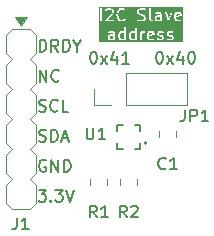
<source format=gbr>
%TF.GenerationSoftware,KiCad,Pcbnew,9.0.6-9.0.6~ubuntu24.04.1*%
%TF.CreationDate,2026-01-18T16:07:11-03:00*%
%TF.ProjectId,cotti_temp_humid_sensor,636f7474-695f-4746-956d-705f68756d69,0.0*%
%TF.SameCoordinates,Original*%
%TF.FileFunction,Legend,Top*%
%TF.FilePolarity,Positive*%
%FSLAX46Y46*%
G04 Gerber Fmt 4.6, Leading zero omitted, Abs format (unit mm)*
G04 Created by KiCad (PCBNEW 9.0.6-9.0.6~ubuntu24.04.1) date 2026-01-18 16:07:11*
%MOMM*%
%LPD*%
G01*
G04 APERTURE LIST*
%ADD10C,0.150000*%
%ADD11C,0.120000*%
%ADD12C,0.127000*%
%ADD13C,0.200000*%
%ADD14C,0.100000*%
G04 APERTURE END LIST*
D10*
X132416779Y-90801819D02*
X132416779Y-89801819D01*
X132416779Y-89801819D02*
X132988207Y-90801819D01*
X132988207Y-90801819D02*
X132988207Y-89801819D01*
X134035826Y-90706580D02*
X133988207Y-90754200D01*
X133988207Y-90754200D02*
X133845350Y-90801819D01*
X133845350Y-90801819D02*
X133750112Y-90801819D01*
X133750112Y-90801819D02*
X133607255Y-90754200D01*
X133607255Y-90754200D02*
X133512017Y-90658961D01*
X133512017Y-90658961D02*
X133464398Y-90563723D01*
X133464398Y-90563723D02*
X133416779Y-90373247D01*
X133416779Y-90373247D02*
X133416779Y-90230390D01*
X133416779Y-90230390D02*
X133464398Y-90039914D01*
X133464398Y-90039914D02*
X133512017Y-89944676D01*
X133512017Y-89944676D02*
X133607255Y-89849438D01*
X133607255Y-89849438D02*
X133750112Y-89801819D01*
X133750112Y-89801819D02*
X133845350Y-89801819D01*
X133845350Y-89801819D02*
X133988207Y-89849438D01*
X133988207Y-89849438D02*
X134035826Y-89897057D01*
X132416779Y-88261819D02*
X132416779Y-87261819D01*
X132416779Y-87261819D02*
X132654874Y-87261819D01*
X132654874Y-87261819D02*
X132797731Y-87309438D01*
X132797731Y-87309438D02*
X132892969Y-87404676D01*
X132892969Y-87404676D02*
X132940588Y-87499914D01*
X132940588Y-87499914D02*
X132988207Y-87690390D01*
X132988207Y-87690390D02*
X132988207Y-87833247D01*
X132988207Y-87833247D02*
X132940588Y-88023723D01*
X132940588Y-88023723D02*
X132892969Y-88118961D01*
X132892969Y-88118961D02*
X132797731Y-88214200D01*
X132797731Y-88214200D02*
X132654874Y-88261819D01*
X132654874Y-88261819D02*
X132416779Y-88261819D01*
X133988207Y-88261819D02*
X133654874Y-87785628D01*
X133416779Y-88261819D02*
X133416779Y-87261819D01*
X133416779Y-87261819D02*
X133797731Y-87261819D01*
X133797731Y-87261819D02*
X133892969Y-87309438D01*
X133892969Y-87309438D02*
X133940588Y-87357057D01*
X133940588Y-87357057D02*
X133988207Y-87452295D01*
X133988207Y-87452295D02*
X133988207Y-87595152D01*
X133988207Y-87595152D02*
X133940588Y-87690390D01*
X133940588Y-87690390D02*
X133892969Y-87738009D01*
X133892969Y-87738009D02*
X133797731Y-87785628D01*
X133797731Y-87785628D02*
X133416779Y-87785628D01*
X134416779Y-88261819D02*
X134416779Y-87261819D01*
X134416779Y-87261819D02*
X134654874Y-87261819D01*
X134654874Y-87261819D02*
X134797731Y-87309438D01*
X134797731Y-87309438D02*
X134892969Y-87404676D01*
X134892969Y-87404676D02*
X134940588Y-87499914D01*
X134940588Y-87499914D02*
X134988207Y-87690390D01*
X134988207Y-87690390D02*
X134988207Y-87833247D01*
X134988207Y-87833247D02*
X134940588Y-88023723D01*
X134940588Y-88023723D02*
X134892969Y-88118961D01*
X134892969Y-88118961D02*
X134797731Y-88214200D01*
X134797731Y-88214200D02*
X134654874Y-88261819D01*
X134654874Y-88261819D02*
X134416779Y-88261819D01*
X135607255Y-87785628D02*
X135607255Y-88261819D01*
X135273922Y-87261819D02*
X135607255Y-87785628D01*
X135607255Y-87785628D02*
X135940588Y-87261819D01*
X132321541Y-99961819D02*
X132940588Y-99961819D01*
X132940588Y-99961819D02*
X132607255Y-100342771D01*
X132607255Y-100342771D02*
X132750112Y-100342771D01*
X132750112Y-100342771D02*
X132845350Y-100390390D01*
X132845350Y-100390390D02*
X132892969Y-100438009D01*
X132892969Y-100438009D02*
X132940588Y-100533247D01*
X132940588Y-100533247D02*
X132940588Y-100771342D01*
X132940588Y-100771342D02*
X132892969Y-100866580D01*
X132892969Y-100866580D02*
X132845350Y-100914200D01*
X132845350Y-100914200D02*
X132750112Y-100961819D01*
X132750112Y-100961819D02*
X132464398Y-100961819D01*
X132464398Y-100961819D02*
X132369160Y-100914200D01*
X132369160Y-100914200D02*
X132321541Y-100866580D01*
X133369160Y-100866580D02*
X133416779Y-100914200D01*
X133416779Y-100914200D02*
X133369160Y-100961819D01*
X133369160Y-100961819D02*
X133321541Y-100914200D01*
X133321541Y-100914200D02*
X133369160Y-100866580D01*
X133369160Y-100866580D02*
X133369160Y-100961819D01*
X133750112Y-99961819D02*
X134369159Y-99961819D01*
X134369159Y-99961819D02*
X134035826Y-100342771D01*
X134035826Y-100342771D02*
X134178683Y-100342771D01*
X134178683Y-100342771D02*
X134273921Y-100390390D01*
X134273921Y-100390390D02*
X134321540Y-100438009D01*
X134321540Y-100438009D02*
X134369159Y-100533247D01*
X134369159Y-100533247D02*
X134369159Y-100771342D01*
X134369159Y-100771342D02*
X134321540Y-100866580D01*
X134321540Y-100866580D02*
X134273921Y-100914200D01*
X134273921Y-100914200D02*
X134178683Y-100961819D01*
X134178683Y-100961819D02*
X133892969Y-100961819D01*
X133892969Y-100961819D02*
X133797731Y-100914200D01*
X133797731Y-100914200D02*
X133750112Y-100866580D01*
X134654874Y-99961819D02*
X134988207Y-100961819D01*
X134988207Y-100961819D02*
X135321540Y-99961819D01*
X132940588Y-97469438D02*
X132845350Y-97421819D01*
X132845350Y-97421819D02*
X132702493Y-97421819D01*
X132702493Y-97421819D02*
X132559636Y-97469438D01*
X132559636Y-97469438D02*
X132464398Y-97564676D01*
X132464398Y-97564676D02*
X132416779Y-97659914D01*
X132416779Y-97659914D02*
X132369160Y-97850390D01*
X132369160Y-97850390D02*
X132369160Y-97993247D01*
X132369160Y-97993247D02*
X132416779Y-98183723D01*
X132416779Y-98183723D02*
X132464398Y-98278961D01*
X132464398Y-98278961D02*
X132559636Y-98374200D01*
X132559636Y-98374200D02*
X132702493Y-98421819D01*
X132702493Y-98421819D02*
X132797731Y-98421819D01*
X132797731Y-98421819D02*
X132940588Y-98374200D01*
X132940588Y-98374200D02*
X132988207Y-98326580D01*
X132988207Y-98326580D02*
X132988207Y-97993247D01*
X132988207Y-97993247D02*
X132797731Y-97993247D01*
X133416779Y-98421819D02*
X133416779Y-97421819D01*
X133416779Y-97421819D02*
X133988207Y-98421819D01*
X133988207Y-98421819D02*
X133988207Y-97421819D01*
X134464398Y-98421819D02*
X134464398Y-97421819D01*
X134464398Y-97421819D02*
X134702493Y-97421819D01*
X134702493Y-97421819D02*
X134845350Y-97469438D01*
X134845350Y-97469438D02*
X134940588Y-97564676D01*
X134940588Y-97564676D02*
X134988207Y-97659914D01*
X134988207Y-97659914D02*
X135035826Y-97850390D01*
X135035826Y-97850390D02*
X135035826Y-97993247D01*
X135035826Y-97993247D02*
X134988207Y-98183723D01*
X134988207Y-98183723D02*
X134940588Y-98278961D01*
X134940588Y-98278961D02*
X134845350Y-98374200D01*
X134845350Y-98374200D02*
X134702493Y-98421819D01*
X134702493Y-98421819D02*
X134464398Y-98421819D01*
X132369160Y-93294200D02*
X132512017Y-93341819D01*
X132512017Y-93341819D02*
X132750112Y-93341819D01*
X132750112Y-93341819D02*
X132845350Y-93294200D01*
X132845350Y-93294200D02*
X132892969Y-93246580D01*
X132892969Y-93246580D02*
X132940588Y-93151342D01*
X132940588Y-93151342D02*
X132940588Y-93056104D01*
X132940588Y-93056104D02*
X132892969Y-92960866D01*
X132892969Y-92960866D02*
X132845350Y-92913247D01*
X132845350Y-92913247D02*
X132750112Y-92865628D01*
X132750112Y-92865628D02*
X132559636Y-92818009D01*
X132559636Y-92818009D02*
X132464398Y-92770390D01*
X132464398Y-92770390D02*
X132416779Y-92722771D01*
X132416779Y-92722771D02*
X132369160Y-92627533D01*
X132369160Y-92627533D02*
X132369160Y-92532295D01*
X132369160Y-92532295D02*
X132416779Y-92437057D01*
X132416779Y-92437057D02*
X132464398Y-92389438D01*
X132464398Y-92389438D02*
X132559636Y-92341819D01*
X132559636Y-92341819D02*
X132797731Y-92341819D01*
X132797731Y-92341819D02*
X132940588Y-92389438D01*
X133940588Y-93246580D02*
X133892969Y-93294200D01*
X133892969Y-93294200D02*
X133750112Y-93341819D01*
X133750112Y-93341819D02*
X133654874Y-93341819D01*
X133654874Y-93341819D02*
X133512017Y-93294200D01*
X133512017Y-93294200D02*
X133416779Y-93198961D01*
X133416779Y-93198961D02*
X133369160Y-93103723D01*
X133369160Y-93103723D02*
X133321541Y-92913247D01*
X133321541Y-92913247D02*
X133321541Y-92770390D01*
X133321541Y-92770390D02*
X133369160Y-92579914D01*
X133369160Y-92579914D02*
X133416779Y-92484676D01*
X133416779Y-92484676D02*
X133512017Y-92389438D01*
X133512017Y-92389438D02*
X133654874Y-92341819D01*
X133654874Y-92341819D02*
X133750112Y-92341819D01*
X133750112Y-92341819D02*
X133892969Y-92389438D01*
X133892969Y-92389438D02*
X133940588Y-92437057D01*
X134845350Y-93341819D02*
X134369160Y-93341819D01*
X134369160Y-93341819D02*
X134369160Y-92341819D01*
X132369160Y-95834200D02*
X132512017Y-95881819D01*
X132512017Y-95881819D02*
X132750112Y-95881819D01*
X132750112Y-95881819D02*
X132845350Y-95834200D01*
X132845350Y-95834200D02*
X132892969Y-95786580D01*
X132892969Y-95786580D02*
X132940588Y-95691342D01*
X132940588Y-95691342D02*
X132940588Y-95596104D01*
X132940588Y-95596104D02*
X132892969Y-95500866D01*
X132892969Y-95500866D02*
X132845350Y-95453247D01*
X132845350Y-95453247D02*
X132750112Y-95405628D01*
X132750112Y-95405628D02*
X132559636Y-95358009D01*
X132559636Y-95358009D02*
X132464398Y-95310390D01*
X132464398Y-95310390D02*
X132416779Y-95262771D01*
X132416779Y-95262771D02*
X132369160Y-95167533D01*
X132369160Y-95167533D02*
X132369160Y-95072295D01*
X132369160Y-95072295D02*
X132416779Y-94977057D01*
X132416779Y-94977057D02*
X132464398Y-94929438D01*
X132464398Y-94929438D02*
X132559636Y-94881819D01*
X132559636Y-94881819D02*
X132797731Y-94881819D01*
X132797731Y-94881819D02*
X132940588Y-94929438D01*
X133369160Y-95881819D02*
X133369160Y-94881819D01*
X133369160Y-94881819D02*
X133607255Y-94881819D01*
X133607255Y-94881819D02*
X133750112Y-94929438D01*
X133750112Y-94929438D02*
X133845350Y-95024676D01*
X133845350Y-95024676D02*
X133892969Y-95119914D01*
X133892969Y-95119914D02*
X133940588Y-95310390D01*
X133940588Y-95310390D02*
X133940588Y-95453247D01*
X133940588Y-95453247D02*
X133892969Y-95643723D01*
X133892969Y-95643723D02*
X133845350Y-95738961D01*
X133845350Y-95738961D02*
X133750112Y-95834200D01*
X133750112Y-95834200D02*
X133607255Y-95881819D01*
X133607255Y-95881819D02*
X133369160Y-95881819D01*
X134321541Y-95596104D02*
X134797731Y-95596104D01*
X134226303Y-95881819D02*
X134559636Y-94881819D01*
X134559636Y-94881819D02*
X134892969Y-95881819D01*
G36*
X138656904Y-87151847D02*
G01*
X138618961Y-87170819D01*
X138416276Y-87170819D01*
X138359234Y-87142298D01*
X138330714Y-87085256D01*
X138330714Y-87025428D01*
X138359234Y-86968386D01*
X138416276Y-86939866D01*
X138636666Y-86939866D01*
X138651298Y-86938425D01*
X138653787Y-86937393D01*
X138656475Y-86937203D01*
X138656904Y-86937038D01*
X138656904Y-87151847D01*
G37*
G36*
X139561666Y-86673123D02*
G01*
X139561666Y-87151847D01*
X139523723Y-87170819D01*
X139368657Y-87170819D01*
X139300141Y-87136561D01*
X139269734Y-87106153D01*
X139235476Y-87037637D01*
X139235476Y-86787333D01*
X139269734Y-86718817D01*
X139300141Y-86688410D01*
X139368657Y-86654152D01*
X139523723Y-86654152D01*
X139561666Y-86673123D01*
G37*
G36*
X140466428Y-86673123D02*
G01*
X140466428Y-87151847D01*
X140428485Y-87170819D01*
X140273419Y-87170819D01*
X140204903Y-87136561D01*
X140174496Y-87106153D01*
X140140238Y-87037637D01*
X140140238Y-86787333D01*
X140174496Y-86718817D01*
X140204903Y-86688410D01*
X140273419Y-86654152D01*
X140428485Y-86654152D01*
X140466428Y-86673123D01*
G37*
G36*
X141961717Y-86682672D02*
G01*
X141990238Y-86739714D01*
X141990238Y-86755762D01*
X141664048Y-86820999D01*
X141664048Y-86739714D01*
X141692568Y-86682672D01*
X141749610Y-86654152D01*
X141904676Y-86654152D01*
X141961717Y-86682672D01*
G37*
G36*
X142633095Y-85541903D02*
G01*
X142595152Y-85560875D01*
X142392467Y-85560875D01*
X142335425Y-85532354D01*
X142306905Y-85475312D01*
X142306905Y-85415484D01*
X142335425Y-85358442D01*
X142392467Y-85329922D01*
X142612857Y-85329922D01*
X142627489Y-85328481D01*
X142629978Y-85327449D01*
X142632666Y-85327259D01*
X142633095Y-85327094D01*
X142633095Y-85541903D01*
G37*
G36*
X144271241Y-85072728D02*
G01*
X144299762Y-85129770D01*
X144299762Y-85145818D01*
X143973572Y-85211055D01*
X143973572Y-85129770D01*
X144002092Y-85072728D01*
X144059134Y-85044208D01*
X144214200Y-85044208D01*
X144271241Y-85072728D01*
G37*
G36*
X144560873Y-87431930D02*
G01*
X137426746Y-87431930D01*
X137426746Y-87007723D01*
X138180714Y-87007723D01*
X138180714Y-87102961D01*
X138182155Y-87117593D01*
X138183186Y-87120082D01*
X138183377Y-87122770D01*
X138188632Y-87136502D01*
X138236251Y-87231741D01*
X138237791Y-87234187D01*
X138238176Y-87235342D01*
X138239422Y-87236779D01*
X138244083Y-87244183D01*
X138251185Y-87250342D01*
X138257349Y-87257450D01*
X138264754Y-87262111D01*
X138266191Y-87263357D01*
X138267344Y-87263741D01*
X138269792Y-87265282D01*
X138365030Y-87312901D01*
X138378761Y-87318156D01*
X138381450Y-87318347D01*
X138383939Y-87319378D01*
X138398571Y-87320819D01*
X138636666Y-87320819D01*
X138651298Y-87319378D01*
X138653787Y-87318346D01*
X138656475Y-87318156D01*
X138670207Y-87312901D01*
X138686707Y-87304650D01*
X138690236Y-87308179D01*
X138717272Y-87319378D01*
X138746536Y-87319378D01*
X138773572Y-87308179D01*
X138794264Y-87287487D01*
X138805463Y-87260451D01*
X138806904Y-87245819D01*
X138806904Y-86769628D01*
X139085476Y-86769628D01*
X139085476Y-87055342D01*
X139086917Y-87069974D01*
X139087948Y-87072463D01*
X139088139Y-87075151D01*
X139093394Y-87088883D01*
X139141013Y-87184121D01*
X139144976Y-87190417D01*
X139145734Y-87192247D01*
X139147423Y-87194305D01*
X139148845Y-87196564D01*
X139150343Y-87197863D01*
X139155061Y-87203612D01*
X139202680Y-87251232D01*
X139208429Y-87255950D01*
X139209730Y-87257450D01*
X139211989Y-87258872D01*
X139214046Y-87260560D01*
X139215873Y-87261317D01*
X139222173Y-87265282D01*
X139317411Y-87312901D01*
X139331142Y-87318156D01*
X139333831Y-87318347D01*
X139336320Y-87319378D01*
X139350952Y-87320819D01*
X139541428Y-87320819D01*
X139556060Y-87319378D01*
X139558549Y-87318346D01*
X139561237Y-87318156D01*
X139574969Y-87312901D01*
X139591469Y-87304650D01*
X139594998Y-87308179D01*
X139622034Y-87319378D01*
X139651298Y-87319378D01*
X139678334Y-87308179D01*
X139699026Y-87287487D01*
X139710225Y-87260451D01*
X139711666Y-87245819D01*
X139711666Y-86769628D01*
X139990238Y-86769628D01*
X139990238Y-87055342D01*
X139991679Y-87069974D01*
X139992710Y-87072463D01*
X139992901Y-87075151D01*
X139998156Y-87088883D01*
X140045775Y-87184121D01*
X140049738Y-87190417D01*
X140050496Y-87192247D01*
X140052185Y-87194305D01*
X140053607Y-87196564D01*
X140055105Y-87197863D01*
X140059823Y-87203612D01*
X140107442Y-87251232D01*
X140113191Y-87255950D01*
X140114492Y-87257450D01*
X140116751Y-87258872D01*
X140118808Y-87260560D01*
X140120635Y-87261317D01*
X140126935Y-87265282D01*
X140222173Y-87312901D01*
X140235904Y-87318156D01*
X140238593Y-87318347D01*
X140241082Y-87319378D01*
X140255714Y-87320819D01*
X140446190Y-87320819D01*
X140460822Y-87319378D01*
X140463311Y-87318346D01*
X140465999Y-87318156D01*
X140479731Y-87312901D01*
X140496231Y-87304650D01*
X140499760Y-87308179D01*
X140526796Y-87319378D01*
X140556060Y-87319378D01*
X140583096Y-87308179D01*
X140603788Y-87287487D01*
X140614987Y-87260451D01*
X140616428Y-87245819D01*
X140616428Y-86579152D01*
X140942619Y-86579152D01*
X140942619Y-87245819D01*
X140944060Y-87260451D01*
X140955259Y-87287487D01*
X140975951Y-87308179D01*
X141002987Y-87319378D01*
X141032251Y-87319378D01*
X141059287Y-87308179D01*
X141079979Y-87287487D01*
X141091178Y-87260451D01*
X141092619Y-87245819D01*
X141092619Y-86787333D01*
X141125281Y-86722009D01*
X141514048Y-86722009D01*
X141514048Y-87102961D01*
X141515489Y-87117593D01*
X141516520Y-87120082D01*
X141516711Y-87122770D01*
X141521966Y-87136502D01*
X141569585Y-87231741D01*
X141571125Y-87234187D01*
X141571510Y-87235342D01*
X141572756Y-87236779D01*
X141577417Y-87244183D01*
X141584519Y-87250342D01*
X141590683Y-87257450D01*
X141598088Y-87262111D01*
X141599525Y-87263357D01*
X141600678Y-87263741D01*
X141603126Y-87265282D01*
X141698364Y-87312901D01*
X141712095Y-87318156D01*
X141714784Y-87318347D01*
X141717273Y-87319378D01*
X141731905Y-87320819D01*
X141922381Y-87320819D01*
X141937013Y-87319378D01*
X141939502Y-87318346D01*
X141942190Y-87318156D01*
X141955922Y-87312901D01*
X142051160Y-87265282D01*
X142063603Y-87257450D01*
X142082776Y-87235342D01*
X142092030Y-87207581D01*
X142089956Y-87178391D01*
X142076868Y-87152216D01*
X142054761Y-87133043D01*
X142026999Y-87123789D01*
X141997809Y-87125863D01*
X141984078Y-87131118D01*
X141904676Y-87170819D01*
X141749610Y-87170819D01*
X141692568Y-87142298D01*
X141664048Y-87085256D01*
X141664048Y-86973970D01*
X142079946Y-86890791D01*
X142094012Y-86886508D01*
X142100117Y-86882419D01*
X142106906Y-86879607D01*
X142112158Y-86874354D01*
X142118326Y-86870224D01*
X142122400Y-86864113D01*
X142127598Y-86858915D01*
X142130441Y-86852051D01*
X142134558Y-86845876D01*
X142135983Y-86838670D01*
X142138797Y-86831879D01*
X142140238Y-86817247D01*
X142140238Y-86722009D01*
X142371191Y-86722009D01*
X142371191Y-86769628D01*
X142372632Y-86784260D01*
X142373663Y-86786749D01*
X142373854Y-86789437D01*
X142379109Y-86803169D01*
X142426728Y-86898407D01*
X142428268Y-86900854D01*
X142428653Y-86902008D01*
X142429898Y-86903444D01*
X142434560Y-86910850D01*
X142441664Y-86917011D01*
X142447826Y-86924116D01*
X142455231Y-86928777D01*
X142456668Y-86930023D01*
X142457821Y-86930407D01*
X142460269Y-86931948D01*
X142555507Y-86979567D01*
X142569238Y-86984822D01*
X142571927Y-86985013D01*
X142574416Y-86986044D01*
X142589048Y-86987485D01*
X142714200Y-86987485D01*
X142771241Y-87016005D01*
X142799762Y-87073047D01*
X142799762Y-87085256D01*
X142771241Y-87142298D01*
X142714200Y-87170819D01*
X142559134Y-87170819D01*
X142479732Y-87131118D01*
X142466000Y-87125863D01*
X142436810Y-87123789D01*
X142409049Y-87133043D01*
X142386941Y-87152216D01*
X142373854Y-87178391D01*
X142371780Y-87207581D01*
X142381034Y-87235342D01*
X142400207Y-87257450D01*
X142412650Y-87265282D01*
X142507888Y-87312901D01*
X142521619Y-87318156D01*
X142524308Y-87318347D01*
X142526797Y-87319378D01*
X142541429Y-87320819D01*
X142731905Y-87320819D01*
X142746537Y-87319378D01*
X142749026Y-87318346D01*
X142751714Y-87318156D01*
X142765446Y-87312901D01*
X142860684Y-87265282D01*
X142863131Y-87263741D01*
X142864285Y-87263357D01*
X142865721Y-87262111D01*
X142873127Y-87257450D01*
X142879288Y-87250345D01*
X142886393Y-87244184D01*
X142891054Y-87236778D01*
X142892300Y-87235342D01*
X142892684Y-87234188D01*
X142894225Y-87231741D01*
X142941844Y-87136502D01*
X142947099Y-87122770D01*
X142947289Y-87120082D01*
X142948321Y-87117593D01*
X142949762Y-87102961D01*
X142949762Y-87055342D01*
X142948321Y-87040710D01*
X142947290Y-87038221D01*
X142947099Y-87035532D01*
X142941844Y-87021801D01*
X142894225Y-86926563D01*
X142892684Y-86924115D01*
X142892300Y-86922962D01*
X142891054Y-86921525D01*
X142886393Y-86914120D01*
X142879288Y-86907958D01*
X142873127Y-86900854D01*
X142865721Y-86896192D01*
X142864285Y-86894947D01*
X142863131Y-86894562D01*
X142860684Y-86893022D01*
X142765446Y-86845403D01*
X142751714Y-86840148D01*
X142749026Y-86839957D01*
X142746537Y-86838926D01*
X142731905Y-86837485D01*
X142606753Y-86837485D01*
X142549711Y-86808964D01*
X142521191Y-86751923D01*
X142521191Y-86739714D01*
X142530043Y-86722009D01*
X143180715Y-86722009D01*
X143180715Y-86769628D01*
X143182156Y-86784260D01*
X143183187Y-86786749D01*
X143183378Y-86789437D01*
X143188633Y-86803169D01*
X143236252Y-86898407D01*
X143237792Y-86900854D01*
X143238177Y-86902008D01*
X143239422Y-86903444D01*
X143244084Y-86910850D01*
X143251188Y-86917011D01*
X143257350Y-86924116D01*
X143264755Y-86928777D01*
X143266192Y-86930023D01*
X143267345Y-86930407D01*
X143269793Y-86931948D01*
X143365031Y-86979567D01*
X143378762Y-86984822D01*
X143381451Y-86985013D01*
X143383940Y-86986044D01*
X143398572Y-86987485D01*
X143523724Y-86987485D01*
X143580765Y-87016005D01*
X143609286Y-87073047D01*
X143609286Y-87085256D01*
X143580765Y-87142298D01*
X143523724Y-87170819D01*
X143368658Y-87170819D01*
X143289256Y-87131118D01*
X143275524Y-87125863D01*
X143246334Y-87123789D01*
X143218573Y-87133043D01*
X143196465Y-87152216D01*
X143183378Y-87178391D01*
X143181304Y-87207581D01*
X143190558Y-87235342D01*
X143209731Y-87257450D01*
X143222174Y-87265282D01*
X143317412Y-87312901D01*
X143331143Y-87318156D01*
X143333832Y-87318347D01*
X143336321Y-87319378D01*
X143350953Y-87320819D01*
X143541429Y-87320819D01*
X143556061Y-87319378D01*
X143558550Y-87318346D01*
X143561238Y-87318156D01*
X143574970Y-87312901D01*
X143670208Y-87265282D01*
X143672655Y-87263741D01*
X143673809Y-87263357D01*
X143675245Y-87262111D01*
X143682651Y-87257450D01*
X143688812Y-87250345D01*
X143695917Y-87244184D01*
X143700578Y-87236778D01*
X143701824Y-87235342D01*
X143702208Y-87234188D01*
X143703749Y-87231741D01*
X143751368Y-87136502D01*
X143756623Y-87122770D01*
X143756813Y-87120082D01*
X143757845Y-87117593D01*
X143759286Y-87102961D01*
X143759286Y-87055342D01*
X143757845Y-87040710D01*
X143756814Y-87038221D01*
X143756623Y-87035532D01*
X143751368Y-87021801D01*
X143703749Y-86926563D01*
X143702208Y-86924115D01*
X143701824Y-86922962D01*
X143700578Y-86921525D01*
X143695917Y-86914120D01*
X143688812Y-86907958D01*
X143682651Y-86900854D01*
X143675245Y-86896192D01*
X143673809Y-86894947D01*
X143672655Y-86894562D01*
X143670208Y-86893022D01*
X143574970Y-86845403D01*
X143561238Y-86840148D01*
X143558550Y-86839957D01*
X143556061Y-86838926D01*
X143541429Y-86837485D01*
X143416277Y-86837485D01*
X143359235Y-86808964D01*
X143330715Y-86751923D01*
X143330715Y-86739714D01*
X143359235Y-86682672D01*
X143416277Y-86654152D01*
X143523724Y-86654152D01*
X143603126Y-86693853D01*
X143616857Y-86699108D01*
X143646047Y-86701182D01*
X143673809Y-86691928D01*
X143695916Y-86672755D01*
X143709004Y-86646580D01*
X143711078Y-86617390D01*
X143701824Y-86589629D01*
X143682651Y-86567521D01*
X143670208Y-86559689D01*
X143574970Y-86512070D01*
X143561238Y-86506815D01*
X143558550Y-86506624D01*
X143556061Y-86505593D01*
X143541429Y-86504152D01*
X143398572Y-86504152D01*
X143383940Y-86505593D01*
X143381451Y-86506623D01*
X143378762Y-86506815D01*
X143365031Y-86512070D01*
X143269793Y-86559689D01*
X143267345Y-86561229D01*
X143266192Y-86561614D01*
X143264755Y-86562859D01*
X143257350Y-86567521D01*
X143251188Y-86574625D01*
X143244084Y-86580787D01*
X143239422Y-86588192D01*
X143238177Y-86589629D01*
X143237792Y-86590782D01*
X143236252Y-86593230D01*
X143188633Y-86688468D01*
X143183378Y-86702200D01*
X143183187Y-86704887D01*
X143182156Y-86707377D01*
X143180715Y-86722009D01*
X142530043Y-86722009D01*
X142549711Y-86682672D01*
X142606753Y-86654152D01*
X142714200Y-86654152D01*
X142793602Y-86693853D01*
X142807333Y-86699108D01*
X142836523Y-86701182D01*
X142864285Y-86691928D01*
X142886392Y-86672755D01*
X142899480Y-86646580D01*
X142901554Y-86617390D01*
X142892300Y-86589629D01*
X142873127Y-86567521D01*
X142860684Y-86559689D01*
X142765446Y-86512070D01*
X142751714Y-86506815D01*
X142749026Y-86506624D01*
X142746537Y-86505593D01*
X142731905Y-86504152D01*
X142589048Y-86504152D01*
X142574416Y-86505593D01*
X142571927Y-86506623D01*
X142569238Y-86506815D01*
X142555507Y-86512070D01*
X142460269Y-86559689D01*
X142457821Y-86561229D01*
X142456668Y-86561614D01*
X142455231Y-86562859D01*
X142447826Y-86567521D01*
X142441664Y-86574625D01*
X142434560Y-86580787D01*
X142429898Y-86588192D01*
X142428653Y-86589629D01*
X142428268Y-86590782D01*
X142426728Y-86593230D01*
X142379109Y-86688468D01*
X142373854Y-86702200D01*
X142373663Y-86704887D01*
X142372632Y-86707377D01*
X142371191Y-86722009D01*
X142140238Y-86722009D01*
X142138797Y-86707377D01*
X142137766Y-86704888D01*
X142137575Y-86702199D01*
X142132320Y-86688468D01*
X142084701Y-86593230D01*
X142083160Y-86590782D01*
X142082776Y-86589629D01*
X142081530Y-86588192D01*
X142076869Y-86580787D01*
X142069764Y-86574625D01*
X142063603Y-86567521D01*
X142056197Y-86562859D01*
X142054761Y-86561614D01*
X142053607Y-86561229D01*
X142051160Y-86559689D01*
X141955922Y-86512070D01*
X141942190Y-86506815D01*
X141939502Y-86506624D01*
X141937013Y-86505593D01*
X141922381Y-86504152D01*
X141731905Y-86504152D01*
X141717273Y-86505593D01*
X141714784Y-86506623D01*
X141712095Y-86506815D01*
X141698364Y-86512070D01*
X141603126Y-86559689D01*
X141600678Y-86561229D01*
X141599525Y-86561614D01*
X141598088Y-86562859D01*
X141590683Y-86567521D01*
X141584521Y-86574625D01*
X141577417Y-86580787D01*
X141572755Y-86588192D01*
X141571510Y-86589629D01*
X141571125Y-86590782D01*
X141569585Y-86593230D01*
X141521966Y-86688468D01*
X141516711Y-86702200D01*
X141516520Y-86704887D01*
X141515489Y-86707377D01*
X141514048Y-86722009D01*
X141125281Y-86722009D01*
X141126877Y-86718817D01*
X141157284Y-86688410D01*
X141225800Y-86654152D01*
X141303333Y-86654152D01*
X141317965Y-86652711D01*
X141345001Y-86641512D01*
X141365693Y-86620820D01*
X141376892Y-86593784D01*
X141376892Y-86564520D01*
X141365693Y-86537484D01*
X141345001Y-86516792D01*
X141317965Y-86505593D01*
X141303333Y-86504152D01*
X141208095Y-86504152D01*
X141193463Y-86505593D01*
X141190974Y-86506623D01*
X141188285Y-86506815D01*
X141174554Y-86512070D01*
X141087484Y-86555604D01*
X141079979Y-86537484D01*
X141059287Y-86516792D01*
X141032251Y-86505593D01*
X141002987Y-86505593D01*
X140975951Y-86516792D01*
X140955259Y-86537484D01*
X140944060Y-86564520D01*
X140942619Y-86579152D01*
X140616428Y-86579152D01*
X140616428Y-86245819D01*
X140614987Y-86231187D01*
X140603788Y-86204151D01*
X140583096Y-86183459D01*
X140556060Y-86172260D01*
X140526796Y-86172260D01*
X140499760Y-86183459D01*
X140479068Y-86204151D01*
X140467869Y-86231187D01*
X140466428Y-86245819D01*
X140466428Y-86506979D01*
X140465999Y-86506815D01*
X140463311Y-86506624D01*
X140460822Y-86505593D01*
X140446190Y-86504152D01*
X140255714Y-86504152D01*
X140241082Y-86505593D01*
X140238593Y-86506623D01*
X140235904Y-86506815D01*
X140222173Y-86512070D01*
X140126935Y-86559689D01*
X140120635Y-86563653D01*
X140118808Y-86564411D01*
X140116751Y-86566099D01*
X140114492Y-86567521D01*
X140113192Y-86569019D01*
X140107443Y-86573738D01*
X140059824Y-86621357D01*
X140055105Y-86627106D01*
X140053607Y-86628406D01*
X140052185Y-86630665D01*
X140050497Y-86632722D01*
X140049739Y-86634549D01*
X140045775Y-86640849D01*
X139998156Y-86736087D01*
X139992901Y-86749819D01*
X139992710Y-86752506D01*
X139991679Y-86754996D01*
X139990238Y-86769628D01*
X139711666Y-86769628D01*
X139711666Y-86245819D01*
X139710225Y-86231187D01*
X139699026Y-86204151D01*
X139678334Y-86183459D01*
X139651298Y-86172260D01*
X139622034Y-86172260D01*
X139594998Y-86183459D01*
X139574306Y-86204151D01*
X139563107Y-86231187D01*
X139561666Y-86245819D01*
X139561666Y-86506979D01*
X139561237Y-86506815D01*
X139558549Y-86506624D01*
X139556060Y-86505593D01*
X139541428Y-86504152D01*
X139350952Y-86504152D01*
X139336320Y-86505593D01*
X139333831Y-86506623D01*
X139331142Y-86506815D01*
X139317411Y-86512070D01*
X139222173Y-86559689D01*
X139215873Y-86563653D01*
X139214046Y-86564411D01*
X139211989Y-86566099D01*
X139209730Y-86567521D01*
X139208430Y-86569019D01*
X139202681Y-86573738D01*
X139155062Y-86621357D01*
X139150343Y-86627106D01*
X139148845Y-86628406D01*
X139147423Y-86630665D01*
X139145735Y-86632722D01*
X139144977Y-86634549D01*
X139141013Y-86640849D01*
X139093394Y-86736087D01*
X139088139Y-86749819D01*
X139087948Y-86752506D01*
X139086917Y-86754996D01*
X139085476Y-86769628D01*
X138806904Y-86769628D01*
X138806904Y-86722009D01*
X138805463Y-86707377D01*
X138804432Y-86704888D01*
X138804241Y-86702199D01*
X138798986Y-86688468D01*
X138751367Y-86593230D01*
X138749826Y-86590782D01*
X138749442Y-86589629D01*
X138748196Y-86588192D01*
X138743535Y-86580787D01*
X138736430Y-86574625D01*
X138730269Y-86567521D01*
X138722863Y-86562859D01*
X138721427Y-86561614D01*
X138720273Y-86561229D01*
X138717826Y-86559689D01*
X138622588Y-86512070D01*
X138608856Y-86506815D01*
X138606168Y-86506624D01*
X138603679Y-86505593D01*
X138589047Y-86504152D01*
X138398571Y-86504152D01*
X138383939Y-86505593D01*
X138381450Y-86506623D01*
X138378761Y-86506815D01*
X138365030Y-86512070D01*
X138269792Y-86559689D01*
X138257349Y-86567521D01*
X138238176Y-86589629D01*
X138228922Y-86617390D01*
X138230996Y-86646580D01*
X138244083Y-86672755D01*
X138266191Y-86691928D01*
X138293952Y-86701182D01*
X138323142Y-86699108D01*
X138336874Y-86693853D01*
X138416276Y-86654152D01*
X138571342Y-86654152D01*
X138628383Y-86682672D01*
X138656904Y-86739714D01*
X138656904Y-86770894D01*
X138618961Y-86789866D01*
X138398571Y-86789866D01*
X138383939Y-86791307D01*
X138381450Y-86792337D01*
X138378761Y-86792529D01*
X138365030Y-86797784D01*
X138269792Y-86845403D01*
X138267344Y-86846943D01*
X138266191Y-86847328D01*
X138264754Y-86848573D01*
X138257349Y-86853235D01*
X138251187Y-86860339D01*
X138244083Y-86866501D01*
X138239421Y-86873906D01*
X138238176Y-86875343D01*
X138237791Y-86876496D01*
X138236251Y-86878944D01*
X138188632Y-86974182D01*
X138183377Y-86987914D01*
X138183186Y-86990601D01*
X138182155Y-86993091D01*
X138180714Y-87007723D01*
X137426746Y-87007723D01*
X137426746Y-84635875D01*
X137537857Y-84635875D01*
X137537857Y-85635875D01*
X137539298Y-85650507D01*
X137550497Y-85677543D01*
X137571189Y-85698235D01*
X137598225Y-85709434D01*
X137627489Y-85709434D01*
X137654525Y-85698235D01*
X137675217Y-85677543D01*
X137686416Y-85650507D01*
X137687857Y-85635875D01*
X137687857Y-85621243D01*
X137920250Y-85621243D01*
X137920250Y-85650507D01*
X137931449Y-85677543D01*
X137952141Y-85698235D01*
X137979177Y-85709434D01*
X137993809Y-85710875D01*
X138612856Y-85710875D01*
X138627488Y-85709434D01*
X138654524Y-85698235D01*
X138675216Y-85677543D01*
X138686415Y-85650507D01*
X138686415Y-85621243D01*
X138675216Y-85594207D01*
X138654524Y-85573515D01*
X138627488Y-85562316D01*
X138612856Y-85560875D01*
X138174875Y-85560875D01*
X138618270Y-85117479D01*
X138627598Y-85106114D01*
X138628629Y-85103623D01*
X138630394Y-85101589D01*
X138636388Y-85088163D01*
X138644294Y-85064446D01*
X138918809Y-85064446D01*
X138918809Y-85207303D01*
X138919060Y-85209856D01*
X138918898Y-85210949D01*
X138919707Y-85216422D01*
X138920250Y-85221935D01*
X138920672Y-85222956D01*
X138921048Y-85225493D01*
X138968667Y-85415969D01*
X138969052Y-85417048D01*
X138969091Y-85417588D01*
X138971418Y-85423669D01*
X138973614Y-85429815D01*
X138973936Y-85430250D01*
X138974346Y-85431320D01*
X139021965Y-85526558D01*
X139025928Y-85532854D01*
X139026686Y-85534684D01*
X139028375Y-85536742D01*
X139029797Y-85539001D01*
X139031295Y-85540300D01*
X139036014Y-85546050D01*
X139131252Y-85641289D01*
X139142617Y-85650617D01*
X139145107Y-85651648D01*
X139147142Y-85653413D01*
X139160568Y-85659407D01*
X139303424Y-85707026D01*
X139310679Y-85708675D01*
X139312510Y-85709434D01*
X139315163Y-85709695D01*
X139317761Y-85710286D01*
X139319735Y-85710145D01*
X139327142Y-85710875D01*
X139422380Y-85710875D01*
X139429785Y-85710145D01*
X139431760Y-85710286D01*
X139434357Y-85709695D01*
X139437012Y-85709434D01*
X139438843Y-85708675D01*
X139446097Y-85707026D01*
X139588954Y-85659407D01*
X139602379Y-85653413D01*
X139604414Y-85651647D01*
X139606905Y-85650616D01*
X139618271Y-85641288D01*
X139665889Y-85593669D01*
X139675217Y-85582303D01*
X139686415Y-85555267D01*
X139686415Y-85526004D01*
X139675216Y-85498968D01*
X139654523Y-85478275D01*
X139627487Y-85467077D01*
X139598224Y-85467077D01*
X139571188Y-85478276D01*
X139559822Y-85487604D01*
X139524723Y-85522703D01*
X139410210Y-85560875D01*
X139339312Y-85560875D01*
X139224799Y-85522704D01*
X139150686Y-85448590D01*
X139112192Y-85371603D01*
X139068809Y-85198069D01*
X139068809Y-85073680D01*
X139112192Y-84900146D01*
X139149090Y-84826351D01*
X140680714Y-84826351D01*
X140680714Y-84921589D01*
X140682155Y-84936221D01*
X140683186Y-84938710D01*
X140683377Y-84941398D01*
X140688632Y-84955130D01*
X140736251Y-85050368D01*
X140740215Y-85056667D01*
X140740973Y-85058495D01*
X140742661Y-85060551D01*
X140744083Y-85062811D01*
X140745581Y-85064110D01*
X140750300Y-85069860D01*
X140797919Y-85117479D01*
X140803668Y-85122197D01*
X140804968Y-85123696D01*
X140807227Y-85125117D01*
X140809284Y-85126806D01*
X140811111Y-85127563D01*
X140817411Y-85131528D01*
X140912649Y-85179147D01*
X140913718Y-85179556D01*
X140914154Y-85179879D01*
X140920290Y-85182071D01*
X140926380Y-85184402D01*
X140926920Y-85184440D01*
X140928000Y-85184826D01*
X141110490Y-85230448D01*
X141187477Y-85268942D01*
X141217884Y-85299349D01*
X141252142Y-85367865D01*
X141252142Y-85427693D01*
X141217883Y-85496209D01*
X141187476Y-85526617D01*
X141118961Y-85560875D01*
X140910741Y-85560875D01*
X140779431Y-85517105D01*
X140765094Y-85513845D01*
X140735904Y-85515920D01*
X140709731Y-85529006D01*
X140690557Y-85551113D01*
X140681303Y-85578876D01*
X140683378Y-85608066D01*
X140696464Y-85634239D01*
X140718571Y-85653413D01*
X140731997Y-85659407D01*
X140874853Y-85707026D01*
X140882108Y-85708675D01*
X140883939Y-85709434D01*
X140886592Y-85709695D01*
X140889190Y-85710286D01*
X140891164Y-85710145D01*
X140898571Y-85710875D01*
X141136666Y-85710875D01*
X141151298Y-85709434D01*
X141153787Y-85708402D01*
X141156475Y-85708212D01*
X141170207Y-85702957D01*
X141265445Y-85655338D01*
X141271744Y-85651373D01*
X141273572Y-85650616D01*
X141275628Y-85648928D01*
X141277888Y-85647506D01*
X141279188Y-85646006D01*
X141284938Y-85641288D01*
X141332556Y-85593669D01*
X141337274Y-85587919D01*
X141338773Y-85586620D01*
X141340194Y-85584361D01*
X141341884Y-85582303D01*
X141342641Y-85580473D01*
X141346605Y-85574177D01*
X141394224Y-85478939D01*
X141399479Y-85465208D01*
X141399670Y-85462518D01*
X141400701Y-85460030D01*
X141402142Y-85445398D01*
X141402142Y-85350160D01*
X141400701Y-85335528D01*
X141399670Y-85333039D01*
X141399479Y-85330350D01*
X141394224Y-85316619D01*
X141346605Y-85221381D01*
X141342640Y-85215081D01*
X141341883Y-85213254D01*
X141340194Y-85211197D01*
X141338773Y-85208938D01*
X141337274Y-85207638D01*
X141332556Y-85201889D01*
X141284937Y-85154270D01*
X141279187Y-85149551D01*
X141277888Y-85148053D01*
X141275628Y-85146631D01*
X141273572Y-85144943D01*
X141271744Y-85144185D01*
X141265445Y-85140221D01*
X141170207Y-85092602D01*
X141169137Y-85092192D01*
X141168702Y-85091870D01*
X141162556Y-85089674D01*
X141156475Y-85087347D01*
X141155935Y-85087308D01*
X141154856Y-85086923D01*
X140972366Y-85041300D01*
X140895379Y-85002807D01*
X140864972Y-84972400D01*
X140830714Y-84903884D01*
X140830714Y-84844056D01*
X140864972Y-84775540D01*
X140895379Y-84745133D01*
X140963895Y-84710875D01*
X141172115Y-84710875D01*
X141303424Y-84754645D01*
X141317761Y-84757905D01*
X141346951Y-84755830D01*
X141373125Y-84742744D01*
X141392299Y-84720636D01*
X141401553Y-84692874D01*
X141399478Y-84663684D01*
X141386391Y-84637511D01*
X141384505Y-84635875D01*
X141680714Y-84635875D01*
X141680714Y-85493017D01*
X141682155Y-85507649D01*
X141683186Y-85510138D01*
X141683377Y-85512826D01*
X141688632Y-85526558D01*
X141736251Y-85621797D01*
X141737791Y-85624243D01*
X141738176Y-85625398D01*
X141739422Y-85626835D01*
X141744083Y-85634239D01*
X141751185Y-85640398D01*
X141757349Y-85647506D01*
X141764754Y-85652167D01*
X141766191Y-85653413D01*
X141767344Y-85653797D01*
X141769792Y-85655338D01*
X141865030Y-85702957D01*
X141878761Y-85708212D01*
X141907951Y-85710286D01*
X141935713Y-85701032D01*
X141957820Y-85681859D01*
X141970908Y-85655684D01*
X141972982Y-85626494D01*
X141963728Y-85598733D01*
X141944555Y-85576625D01*
X141932112Y-85568793D01*
X141859234Y-85532354D01*
X141830714Y-85475312D01*
X141830714Y-85397779D01*
X142156905Y-85397779D01*
X142156905Y-85493017D01*
X142158346Y-85507649D01*
X142159377Y-85510138D01*
X142159568Y-85512826D01*
X142164823Y-85526558D01*
X142212442Y-85621797D01*
X142213982Y-85624243D01*
X142214367Y-85625398D01*
X142215613Y-85626835D01*
X142220274Y-85634239D01*
X142227376Y-85640398D01*
X142233540Y-85647506D01*
X142240945Y-85652167D01*
X142242382Y-85653413D01*
X142243535Y-85653797D01*
X142245983Y-85655338D01*
X142341221Y-85702957D01*
X142354952Y-85708212D01*
X142357641Y-85708403D01*
X142360130Y-85709434D01*
X142374762Y-85710875D01*
X142612857Y-85710875D01*
X142627489Y-85709434D01*
X142629978Y-85708402D01*
X142632666Y-85708212D01*
X142646398Y-85702957D01*
X142662898Y-85694706D01*
X142666427Y-85698235D01*
X142693463Y-85709434D01*
X142722727Y-85709434D01*
X142749763Y-85698235D01*
X142770455Y-85677543D01*
X142781654Y-85650507D01*
X142783095Y-85635875D01*
X142783095Y-85112065D01*
X142781654Y-85097433D01*
X142780623Y-85094944D01*
X142780432Y-85092255D01*
X142775177Y-85078524D01*
X142727558Y-84983286D01*
X142726017Y-84980838D01*
X142725794Y-84980169D01*
X143014853Y-84980169D01*
X143018417Y-84994433D01*
X143256512Y-85661100D01*
X143262791Y-85674395D01*
X143265317Y-85677185D01*
X143266929Y-85680588D01*
X143275064Y-85687953D01*
X143282430Y-85696089D01*
X143285832Y-85697700D01*
X143288623Y-85700227D01*
X143298960Y-85703918D01*
X143308876Y-85708616D01*
X143312634Y-85708802D01*
X143316182Y-85710070D01*
X143327143Y-85709524D01*
X143338104Y-85710070D01*
X143341651Y-85708802D01*
X143345410Y-85708616D01*
X143355325Y-85703918D01*
X143365663Y-85700227D01*
X143368453Y-85697700D01*
X143371856Y-85696089D01*
X143379224Y-85687949D01*
X143387357Y-85680587D01*
X143388967Y-85677186D01*
X143391495Y-85674395D01*
X143397774Y-85661100D01*
X143593858Y-85112065D01*
X143823572Y-85112065D01*
X143823572Y-85493017D01*
X143825013Y-85507649D01*
X143826044Y-85510138D01*
X143826235Y-85512826D01*
X143831490Y-85526558D01*
X143879109Y-85621797D01*
X143880649Y-85624243D01*
X143881034Y-85625398D01*
X143882280Y-85626835D01*
X143886941Y-85634239D01*
X143894043Y-85640398D01*
X143900207Y-85647506D01*
X143907612Y-85652167D01*
X143909049Y-85653413D01*
X143910202Y-85653797D01*
X143912650Y-85655338D01*
X144007888Y-85702957D01*
X144021619Y-85708212D01*
X144024308Y-85708403D01*
X144026797Y-85709434D01*
X144041429Y-85710875D01*
X144231905Y-85710875D01*
X144246537Y-85709434D01*
X144249026Y-85708402D01*
X144251714Y-85708212D01*
X144265446Y-85702957D01*
X144360684Y-85655338D01*
X144373127Y-85647506D01*
X144392300Y-85625398D01*
X144401554Y-85597637D01*
X144399480Y-85568447D01*
X144386392Y-85542272D01*
X144364285Y-85523099D01*
X144336523Y-85513845D01*
X144307333Y-85515919D01*
X144293602Y-85521174D01*
X144214200Y-85560875D01*
X144059134Y-85560875D01*
X144002092Y-85532354D01*
X143973572Y-85475312D01*
X143973572Y-85364026D01*
X144389470Y-85280847D01*
X144403536Y-85276564D01*
X144409641Y-85272475D01*
X144416430Y-85269663D01*
X144421682Y-85264410D01*
X144427850Y-85260280D01*
X144431924Y-85254169D01*
X144437122Y-85248971D01*
X144439965Y-85242107D01*
X144444082Y-85235932D01*
X144445507Y-85228726D01*
X144448321Y-85221935D01*
X144449762Y-85207303D01*
X144449762Y-85112065D01*
X144448321Y-85097433D01*
X144447290Y-85094944D01*
X144447099Y-85092255D01*
X144441844Y-85078524D01*
X144394225Y-84983286D01*
X144392684Y-84980838D01*
X144392300Y-84979685D01*
X144391054Y-84978248D01*
X144386393Y-84970843D01*
X144379288Y-84964681D01*
X144373127Y-84957577D01*
X144365721Y-84952915D01*
X144364285Y-84951670D01*
X144363131Y-84951285D01*
X144360684Y-84949745D01*
X144265446Y-84902126D01*
X144251714Y-84896871D01*
X144249026Y-84896680D01*
X144246537Y-84895649D01*
X144231905Y-84894208D01*
X144041429Y-84894208D01*
X144026797Y-84895649D01*
X144024308Y-84896679D01*
X144021619Y-84896871D01*
X144007888Y-84902126D01*
X143912650Y-84949745D01*
X143910202Y-84951285D01*
X143909049Y-84951670D01*
X143907612Y-84952915D01*
X143900207Y-84957577D01*
X143894045Y-84964681D01*
X143886941Y-84970843D01*
X143882279Y-84978248D01*
X143881034Y-84979685D01*
X143880649Y-84980838D01*
X143879109Y-84983286D01*
X143831490Y-85078524D01*
X143826235Y-85092256D01*
X143826044Y-85094943D01*
X143825013Y-85097433D01*
X143823572Y-85112065D01*
X143593858Y-85112065D01*
X143635869Y-84994433D01*
X143639433Y-84980169D01*
X143637979Y-84950942D01*
X143625452Y-84924496D01*
X143603758Y-84904856D01*
X143576199Y-84895013D01*
X143546971Y-84896467D01*
X143520525Y-84908994D01*
X143500886Y-84930688D01*
X143494607Y-84943983D01*
X143327143Y-85412882D01*
X143159679Y-84943983D01*
X143153400Y-84930688D01*
X143133761Y-84908994D01*
X143107315Y-84896467D01*
X143078087Y-84895013D01*
X143050528Y-84904856D01*
X143028834Y-84924495D01*
X143016307Y-84950941D01*
X143014853Y-84980169D01*
X142725794Y-84980169D01*
X142725633Y-84979685D01*
X142724387Y-84978248D01*
X142719726Y-84970843D01*
X142712621Y-84964681D01*
X142706460Y-84957577D01*
X142699054Y-84952915D01*
X142697618Y-84951670D01*
X142696464Y-84951285D01*
X142694017Y-84949745D01*
X142598779Y-84902126D01*
X142585047Y-84896871D01*
X142582359Y-84896680D01*
X142579870Y-84895649D01*
X142565238Y-84894208D01*
X142374762Y-84894208D01*
X142360130Y-84895649D01*
X142357641Y-84896679D01*
X142354952Y-84896871D01*
X142341221Y-84902126D01*
X142245983Y-84949745D01*
X142233540Y-84957577D01*
X142214367Y-84979685D01*
X142205113Y-85007446D01*
X142207187Y-85036636D01*
X142220274Y-85062811D01*
X142242382Y-85081984D01*
X142270143Y-85091238D01*
X142299333Y-85089164D01*
X142313065Y-85083909D01*
X142392467Y-85044208D01*
X142547533Y-85044208D01*
X142604574Y-85072728D01*
X142633095Y-85129770D01*
X142633095Y-85160950D01*
X142595152Y-85179922D01*
X142374762Y-85179922D01*
X142360130Y-85181363D01*
X142357641Y-85182393D01*
X142354952Y-85182585D01*
X142341221Y-85187840D01*
X142245983Y-85235459D01*
X142243535Y-85236999D01*
X142242382Y-85237384D01*
X142240945Y-85238629D01*
X142233540Y-85243291D01*
X142227378Y-85250395D01*
X142220274Y-85256557D01*
X142215612Y-85263962D01*
X142214367Y-85265399D01*
X142213982Y-85266552D01*
X142212442Y-85269000D01*
X142164823Y-85364238D01*
X142159568Y-85377970D01*
X142159377Y-85380657D01*
X142158346Y-85383147D01*
X142156905Y-85397779D01*
X141830714Y-85397779D01*
X141830714Y-84635875D01*
X141829273Y-84621243D01*
X141818074Y-84594207D01*
X141797382Y-84573515D01*
X141770346Y-84562316D01*
X141741082Y-84562316D01*
X141714046Y-84573515D01*
X141693354Y-84594207D01*
X141682155Y-84621243D01*
X141680714Y-84635875D01*
X141384505Y-84635875D01*
X141364284Y-84618337D01*
X141350859Y-84612343D01*
X141208002Y-84564724D01*
X141200748Y-84563074D01*
X141198917Y-84562316D01*
X141196262Y-84562054D01*
X141193665Y-84561464D01*
X141191690Y-84561604D01*
X141184285Y-84560875D01*
X140946190Y-84560875D01*
X140931558Y-84562316D01*
X140929069Y-84563346D01*
X140926380Y-84563538D01*
X140912649Y-84568793D01*
X140817411Y-84616412D01*
X140811111Y-84620376D01*
X140809284Y-84621134D01*
X140807227Y-84622822D01*
X140804968Y-84624244D01*
X140803668Y-84625742D01*
X140797919Y-84630461D01*
X140750300Y-84678080D01*
X140745581Y-84683829D01*
X140744083Y-84685129D01*
X140742661Y-84687388D01*
X140740973Y-84689445D01*
X140740215Y-84691272D01*
X140736251Y-84697572D01*
X140688632Y-84792810D01*
X140683377Y-84806542D01*
X140683186Y-84809229D01*
X140682155Y-84811719D01*
X140680714Y-84826351D01*
X139149090Y-84826351D01*
X139150686Y-84823159D01*
X139224799Y-84749046D01*
X139339312Y-84710875D01*
X139410210Y-84710875D01*
X139524723Y-84749046D01*
X139559823Y-84784146D01*
X139571188Y-84793473D01*
X139598224Y-84804672D01*
X139627487Y-84804672D01*
X139654523Y-84793473D01*
X139675216Y-84772780D01*
X139686415Y-84745744D01*
X139686415Y-84716481D01*
X139675216Y-84689445D01*
X139665889Y-84678080D01*
X139618270Y-84630461D01*
X139606905Y-84621134D01*
X139604414Y-84620102D01*
X139602379Y-84618337D01*
X139588954Y-84612343D01*
X139446097Y-84564724D01*
X139438843Y-84563074D01*
X139437012Y-84562316D01*
X139434357Y-84562054D01*
X139431760Y-84561464D01*
X139429785Y-84561604D01*
X139422380Y-84560875D01*
X139327142Y-84560875D01*
X139319735Y-84561604D01*
X139317761Y-84561464D01*
X139315163Y-84562054D01*
X139312510Y-84562316D01*
X139310679Y-84563074D01*
X139303424Y-84564724D01*
X139160568Y-84612343D01*
X139147142Y-84618337D01*
X139145107Y-84620101D01*
X139142617Y-84621133D01*
X139131252Y-84630461D01*
X139036014Y-84725699D01*
X139031295Y-84731448D01*
X139029797Y-84732748D01*
X139028375Y-84735007D01*
X139026687Y-84737064D01*
X139025929Y-84738891D01*
X139021965Y-84745191D01*
X138974346Y-84840429D01*
X138973936Y-84841498D01*
X138973614Y-84841934D01*
X138971418Y-84848079D01*
X138969091Y-84854161D01*
X138969052Y-84854700D01*
X138968667Y-84855780D01*
X138921048Y-85046256D01*
X138920672Y-85048792D01*
X138920250Y-85049814D01*
X138919707Y-85055326D01*
X138918898Y-85060800D01*
X138919060Y-85061892D01*
X138918809Y-85064446D01*
X138644294Y-85064446D01*
X138684007Y-84945307D01*
X138685656Y-84938051D01*
X138686415Y-84936221D01*
X138686676Y-84933567D01*
X138687267Y-84930970D01*
X138687126Y-84928995D01*
X138687856Y-84921589D01*
X138687856Y-84826351D01*
X138686415Y-84811719D01*
X138685384Y-84809230D01*
X138685193Y-84806541D01*
X138679938Y-84792810D01*
X138632319Y-84697572D01*
X138628354Y-84691272D01*
X138627597Y-84689445D01*
X138625908Y-84687388D01*
X138624487Y-84685129D01*
X138622988Y-84683829D01*
X138618270Y-84678080D01*
X138570651Y-84630461D01*
X138564901Y-84625742D01*
X138563602Y-84624244D01*
X138561342Y-84622822D01*
X138559286Y-84621134D01*
X138557458Y-84620376D01*
X138551159Y-84616412D01*
X138455921Y-84568793D01*
X138442189Y-84563538D01*
X138439501Y-84563347D01*
X138437012Y-84562316D01*
X138422380Y-84560875D01*
X138184285Y-84560875D01*
X138169653Y-84562316D01*
X138167164Y-84563346D01*
X138164475Y-84563538D01*
X138150744Y-84568793D01*
X138055506Y-84616412D01*
X138049206Y-84620376D01*
X138047379Y-84621134D01*
X138045322Y-84622822D01*
X138043063Y-84624244D01*
X138041763Y-84625742D01*
X138036014Y-84630461D01*
X137988395Y-84678080D01*
X137979068Y-84689445D01*
X137967869Y-84716482D01*
X137967869Y-84745744D01*
X137979068Y-84772781D01*
X137999760Y-84793473D01*
X138026797Y-84804672D01*
X138056059Y-84804672D01*
X138083096Y-84793473D01*
X138094461Y-84784146D01*
X138133474Y-84745133D01*
X138201990Y-84710875D01*
X138404675Y-84710875D01*
X138473191Y-84745133D01*
X138503598Y-84775540D01*
X138537856Y-84844056D01*
X138537856Y-84909419D01*
X138499684Y-85023932D01*
X137940776Y-85582842D01*
X137931449Y-85594207D01*
X137920250Y-85621243D01*
X137687857Y-85621243D01*
X137687857Y-84635875D01*
X137686416Y-84621243D01*
X137675217Y-84594207D01*
X137654525Y-84573515D01*
X137627489Y-84562316D01*
X137598225Y-84562316D01*
X137571189Y-84573515D01*
X137550497Y-84594207D01*
X137539298Y-84621243D01*
X137537857Y-84635875D01*
X137426746Y-84635875D01*
X137426746Y-84449764D01*
X144560873Y-84449764D01*
X144560873Y-87431930D01*
G37*
X142513255Y-88277819D02*
X142608493Y-88277819D01*
X142608493Y-88277819D02*
X142703731Y-88325438D01*
X142703731Y-88325438D02*
X142751350Y-88373057D01*
X142751350Y-88373057D02*
X142798969Y-88468295D01*
X142798969Y-88468295D02*
X142846588Y-88658771D01*
X142846588Y-88658771D02*
X142846588Y-88896866D01*
X142846588Y-88896866D02*
X142798969Y-89087342D01*
X142798969Y-89087342D02*
X142751350Y-89182580D01*
X142751350Y-89182580D02*
X142703731Y-89230200D01*
X142703731Y-89230200D02*
X142608493Y-89277819D01*
X142608493Y-89277819D02*
X142513255Y-89277819D01*
X142513255Y-89277819D02*
X142418017Y-89230200D01*
X142418017Y-89230200D02*
X142370398Y-89182580D01*
X142370398Y-89182580D02*
X142322779Y-89087342D01*
X142322779Y-89087342D02*
X142275160Y-88896866D01*
X142275160Y-88896866D02*
X142275160Y-88658771D01*
X142275160Y-88658771D02*
X142322779Y-88468295D01*
X142322779Y-88468295D02*
X142370398Y-88373057D01*
X142370398Y-88373057D02*
X142418017Y-88325438D01*
X142418017Y-88325438D02*
X142513255Y-88277819D01*
X143179922Y-89277819D02*
X143703731Y-88611152D01*
X143179922Y-88611152D02*
X143703731Y-89277819D01*
X144513255Y-88611152D02*
X144513255Y-89277819D01*
X144275160Y-88230200D02*
X144037065Y-88944485D01*
X144037065Y-88944485D02*
X144656112Y-88944485D01*
X145227541Y-88277819D02*
X145322779Y-88277819D01*
X145322779Y-88277819D02*
X145418017Y-88325438D01*
X145418017Y-88325438D02*
X145465636Y-88373057D01*
X145465636Y-88373057D02*
X145513255Y-88468295D01*
X145513255Y-88468295D02*
X145560874Y-88658771D01*
X145560874Y-88658771D02*
X145560874Y-88896866D01*
X145560874Y-88896866D02*
X145513255Y-89087342D01*
X145513255Y-89087342D02*
X145465636Y-89182580D01*
X145465636Y-89182580D02*
X145418017Y-89230200D01*
X145418017Y-89230200D02*
X145322779Y-89277819D01*
X145322779Y-89277819D02*
X145227541Y-89277819D01*
X145227541Y-89277819D02*
X145132303Y-89230200D01*
X145132303Y-89230200D02*
X145084684Y-89182580D01*
X145084684Y-89182580D02*
X145037065Y-89087342D01*
X145037065Y-89087342D02*
X144989446Y-88896866D01*
X144989446Y-88896866D02*
X144989446Y-88658771D01*
X144989446Y-88658771D02*
X145037065Y-88468295D01*
X145037065Y-88468295D02*
X145084684Y-88373057D01*
X145084684Y-88373057D02*
X145132303Y-88325438D01*
X145132303Y-88325438D02*
X145227541Y-88277819D01*
X136925255Y-88277819D02*
X137020493Y-88277819D01*
X137020493Y-88277819D02*
X137115731Y-88325438D01*
X137115731Y-88325438D02*
X137163350Y-88373057D01*
X137163350Y-88373057D02*
X137210969Y-88468295D01*
X137210969Y-88468295D02*
X137258588Y-88658771D01*
X137258588Y-88658771D02*
X137258588Y-88896866D01*
X137258588Y-88896866D02*
X137210969Y-89087342D01*
X137210969Y-89087342D02*
X137163350Y-89182580D01*
X137163350Y-89182580D02*
X137115731Y-89230200D01*
X137115731Y-89230200D02*
X137020493Y-89277819D01*
X137020493Y-89277819D02*
X136925255Y-89277819D01*
X136925255Y-89277819D02*
X136830017Y-89230200D01*
X136830017Y-89230200D02*
X136782398Y-89182580D01*
X136782398Y-89182580D02*
X136734779Y-89087342D01*
X136734779Y-89087342D02*
X136687160Y-88896866D01*
X136687160Y-88896866D02*
X136687160Y-88658771D01*
X136687160Y-88658771D02*
X136734779Y-88468295D01*
X136734779Y-88468295D02*
X136782398Y-88373057D01*
X136782398Y-88373057D02*
X136830017Y-88325438D01*
X136830017Y-88325438D02*
X136925255Y-88277819D01*
X137591922Y-89277819D02*
X138115731Y-88611152D01*
X137591922Y-88611152D02*
X138115731Y-89277819D01*
X138925255Y-88611152D02*
X138925255Y-89277819D01*
X138687160Y-88230200D02*
X138449065Y-88944485D01*
X138449065Y-88944485D02*
X139068112Y-88944485D01*
X139972874Y-89277819D02*
X139401446Y-89277819D01*
X139687160Y-89277819D02*
X139687160Y-88277819D01*
X139687160Y-88277819D02*
X139591922Y-88420676D01*
X139591922Y-88420676D02*
X139496684Y-88515914D01*
X139496684Y-88515914D02*
X139401446Y-88563533D01*
X144708666Y-93180819D02*
X144708666Y-93895104D01*
X144708666Y-93895104D02*
X144661047Y-94037961D01*
X144661047Y-94037961D02*
X144565809Y-94133200D01*
X144565809Y-94133200D02*
X144422952Y-94180819D01*
X144422952Y-94180819D02*
X144327714Y-94180819D01*
X145184857Y-94180819D02*
X145184857Y-93180819D01*
X145184857Y-93180819D02*
X145565809Y-93180819D01*
X145565809Y-93180819D02*
X145661047Y-93228438D01*
X145661047Y-93228438D02*
X145708666Y-93276057D01*
X145708666Y-93276057D02*
X145756285Y-93371295D01*
X145756285Y-93371295D02*
X145756285Y-93514152D01*
X145756285Y-93514152D02*
X145708666Y-93609390D01*
X145708666Y-93609390D02*
X145661047Y-93657009D01*
X145661047Y-93657009D02*
X145565809Y-93704628D01*
X145565809Y-93704628D02*
X145184857Y-93704628D01*
X146708666Y-94180819D02*
X146137238Y-94180819D01*
X146422952Y-94180819D02*
X146422952Y-93180819D01*
X146422952Y-93180819D02*
X146327714Y-93323676D01*
X146327714Y-93323676D02*
X146232476Y-93418914D01*
X146232476Y-93418914D02*
X146137238Y-93466533D01*
X136398095Y-94704819D02*
X136398095Y-95514342D01*
X136398095Y-95514342D02*
X136445714Y-95609580D01*
X136445714Y-95609580D02*
X136493333Y-95657200D01*
X136493333Y-95657200D02*
X136588571Y-95704819D01*
X136588571Y-95704819D02*
X136779047Y-95704819D01*
X136779047Y-95704819D02*
X136874285Y-95657200D01*
X136874285Y-95657200D02*
X136921904Y-95609580D01*
X136921904Y-95609580D02*
X136969523Y-95514342D01*
X136969523Y-95514342D02*
X136969523Y-94704819D01*
X137969523Y-95704819D02*
X137398095Y-95704819D01*
X137683809Y-95704819D02*
X137683809Y-94704819D01*
X137683809Y-94704819D02*
X137588571Y-94847676D01*
X137588571Y-94847676D02*
X137493333Y-94942914D01*
X137493333Y-94942914D02*
X137398095Y-94990533D01*
X139787333Y-102308819D02*
X139454000Y-101832628D01*
X139215905Y-102308819D02*
X139215905Y-101308819D01*
X139215905Y-101308819D02*
X139596857Y-101308819D01*
X139596857Y-101308819D02*
X139692095Y-101356438D01*
X139692095Y-101356438D02*
X139739714Y-101404057D01*
X139739714Y-101404057D02*
X139787333Y-101499295D01*
X139787333Y-101499295D02*
X139787333Y-101642152D01*
X139787333Y-101642152D02*
X139739714Y-101737390D01*
X139739714Y-101737390D02*
X139692095Y-101785009D01*
X139692095Y-101785009D02*
X139596857Y-101832628D01*
X139596857Y-101832628D02*
X139215905Y-101832628D01*
X140168286Y-101404057D02*
X140215905Y-101356438D01*
X140215905Y-101356438D02*
X140311143Y-101308819D01*
X140311143Y-101308819D02*
X140549238Y-101308819D01*
X140549238Y-101308819D02*
X140644476Y-101356438D01*
X140644476Y-101356438D02*
X140692095Y-101404057D01*
X140692095Y-101404057D02*
X140739714Y-101499295D01*
X140739714Y-101499295D02*
X140739714Y-101594533D01*
X140739714Y-101594533D02*
X140692095Y-101737390D01*
X140692095Y-101737390D02*
X140120667Y-102308819D01*
X140120667Y-102308819D02*
X140739714Y-102308819D01*
X137247333Y-102308819D02*
X136914000Y-101832628D01*
X136675905Y-102308819D02*
X136675905Y-101308819D01*
X136675905Y-101308819D02*
X137056857Y-101308819D01*
X137056857Y-101308819D02*
X137152095Y-101356438D01*
X137152095Y-101356438D02*
X137199714Y-101404057D01*
X137199714Y-101404057D02*
X137247333Y-101499295D01*
X137247333Y-101499295D02*
X137247333Y-101642152D01*
X137247333Y-101642152D02*
X137199714Y-101737390D01*
X137199714Y-101737390D02*
X137152095Y-101785009D01*
X137152095Y-101785009D02*
X137056857Y-101832628D01*
X137056857Y-101832628D02*
X136675905Y-101832628D01*
X138199714Y-102308819D02*
X137628286Y-102308819D01*
X137914000Y-102308819D02*
X137914000Y-101308819D01*
X137914000Y-101308819D02*
X137818762Y-101451676D01*
X137818762Y-101451676D02*
X137723524Y-101546914D01*
X137723524Y-101546914D02*
X137628286Y-101594533D01*
X130476666Y-102324819D02*
X130476666Y-103039104D01*
X130476666Y-103039104D02*
X130429047Y-103181961D01*
X130429047Y-103181961D02*
X130333809Y-103277200D01*
X130333809Y-103277200D02*
X130190952Y-103324819D01*
X130190952Y-103324819D02*
X130095714Y-103324819D01*
X131476666Y-103324819D02*
X130905238Y-103324819D01*
X131190952Y-103324819D02*
X131190952Y-102324819D01*
X131190952Y-102324819D02*
X131095714Y-102467676D01*
X131095714Y-102467676D02*
X131000476Y-102562914D01*
X131000476Y-102562914D02*
X130905238Y-102610533D01*
X143089333Y-98149580D02*
X143041714Y-98197200D01*
X143041714Y-98197200D02*
X142898857Y-98244819D01*
X142898857Y-98244819D02*
X142803619Y-98244819D01*
X142803619Y-98244819D02*
X142660762Y-98197200D01*
X142660762Y-98197200D02*
X142565524Y-98101961D01*
X142565524Y-98101961D02*
X142517905Y-98006723D01*
X142517905Y-98006723D02*
X142470286Y-97816247D01*
X142470286Y-97816247D02*
X142470286Y-97673390D01*
X142470286Y-97673390D02*
X142517905Y-97482914D01*
X142517905Y-97482914D02*
X142565524Y-97387676D01*
X142565524Y-97387676D02*
X142660762Y-97292438D01*
X142660762Y-97292438D02*
X142803619Y-97244819D01*
X142803619Y-97244819D02*
X142898857Y-97244819D01*
X142898857Y-97244819D02*
X143041714Y-97292438D01*
X143041714Y-97292438D02*
X143089333Y-97340057D01*
X144041714Y-98244819D02*
X143470286Y-98244819D01*
X143756000Y-98244819D02*
X143756000Y-97244819D01*
X143756000Y-97244819D02*
X143660762Y-97387676D01*
X143660762Y-97387676D02*
X143565524Y-97482914D01*
X143565524Y-97482914D02*
X143470286Y-97530533D01*
D11*
%TO.C,JP1*%
X139700000Y-90060000D02*
X144890000Y-90060000D01*
X144890000Y-92820000D02*
X144890000Y-90060000D01*
X139700000Y-92820000D02*
X139700000Y-90060000D01*
X139700000Y-92820000D02*
X144890000Y-92820000D01*
X138430000Y-92820000D02*
X137050000Y-92820000D01*
X137050000Y-92820000D02*
X137050000Y-91440000D01*
D12*
%TO.C,U1*%
X140944000Y-96494000D02*
X140449000Y-96494000D01*
X140944000Y-95999000D02*
X140944000Y-96494000D01*
X140944000Y-94514000D02*
X140944000Y-95009000D01*
X140449000Y-94514000D02*
X140944000Y-94514000D01*
X139459000Y-96494000D02*
X138964000Y-96494000D01*
X138964000Y-96494000D02*
X138964000Y-95999000D01*
X138964000Y-95009000D02*
X138964000Y-94514000D01*
X138964000Y-94514000D02*
X139459000Y-94514000D01*
D13*
X141454000Y-96004000D02*
G75*
G02*
X141254000Y-96004000I-100000J0D01*
G01*
X141254000Y-96004000D02*
G75*
G02*
X141454000Y-96004000I100000J0D01*
G01*
D11*
%TO.C,R2*%
X139219000Y-99541064D02*
X139219000Y-99086936D01*
X140689000Y-99541064D02*
X140689000Y-99086936D01*
%TO.C,R1*%
X136679000Y-99541064D02*
X136679000Y-99086936D01*
X138149000Y-99541064D02*
X138149000Y-99086936D01*
D14*
%TO.C,J1*%
X129540000Y-86868000D02*
X130048000Y-86360000D01*
X129540000Y-88392000D02*
X129540000Y-86868000D01*
X129540000Y-89408000D02*
X130048000Y-88900000D01*
X129540000Y-90932000D02*
X129540000Y-89408000D01*
X129540000Y-91948000D02*
X130048000Y-91440000D01*
X129540000Y-93472000D02*
X129540000Y-91948000D01*
X129540000Y-94488000D02*
X130048000Y-93980000D01*
X129540000Y-96012000D02*
X129540000Y-94488000D01*
X129540000Y-97028000D02*
X130048000Y-96520000D01*
X129540000Y-98552000D02*
X129540000Y-97028000D01*
X129540000Y-99568000D02*
X130048000Y-99060000D01*
X129540000Y-101092000D02*
X129540000Y-99568000D01*
X130048000Y-86360000D02*
X130810000Y-86360000D01*
X130048000Y-88900000D02*
X129540000Y-88392000D01*
X130048000Y-91440000D02*
X129540000Y-90932000D01*
X130048000Y-93980000D02*
X129540000Y-93472000D01*
X130048000Y-96520000D02*
X129540000Y-96012000D01*
X130048000Y-99060000D02*
X129540000Y-98552000D01*
X130048000Y-101600000D02*
X129540000Y-101092000D01*
X130810000Y-86360000D02*
X131572000Y-86360000D01*
X131572000Y-86360000D02*
X132080000Y-86868000D01*
X131572000Y-88900000D02*
X132080000Y-89408000D01*
X131572000Y-91440000D02*
X132080000Y-91948000D01*
X131572000Y-93980000D02*
X132080000Y-94488000D01*
X131572000Y-96520000D02*
X132080000Y-97028000D01*
X131572000Y-99060000D02*
X132080000Y-99568000D01*
X131572000Y-101600000D02*
X130048000Y-101600000D01*
X132080000Y-86868000D02*
X132080000Y-88392000D01*
X132080000Y-88392000D02*
X131572000Y-88900000D01*
X132080000Y-89408000D02*
X132080000Y-90932000D01*
X132080000Y-90932000D02*
X131572000Y-91440000D01*
X132080000Y-91948000D02*
X132080000Y-93472000D01*
X132080000Y-93472000D02*
X131572000Y-93980000D01*
X132080000Y-94488000D02*
X132080000Y-96012000D01*
X132080000Y-96012000D02*
X131572000Y-96520000D01*
X132080000Y-97028000D02*
X132080000Y-98552000D01*
X132080000Y-98552000D02*
X131572000Y-99060000D01*
X132080000Y-99568000D02*
X132080000Y-101092000D01*
X132080000Y-101092000D02*
X131572000Y-101600000D01*
X130810000Y-86130000D02*
X130310000Y-85368000D01*
X131310000Y-85368000D01*
X130810000Y-86130000D01*
G36*
X130810000Y-86130000D02*
G01*
X130310000Y-85368000D01*
X131310000Y-85368000D01*
X130810000Y-86130000D01*
G37*
D11*
%TO.C,C1*%
X142521000Y-95511252D02*
X142521000Y-94988748D01*
X143991000Y-95511252D02*
X143991000Y-94988748D01*
%TD*%
M02*

</source>
